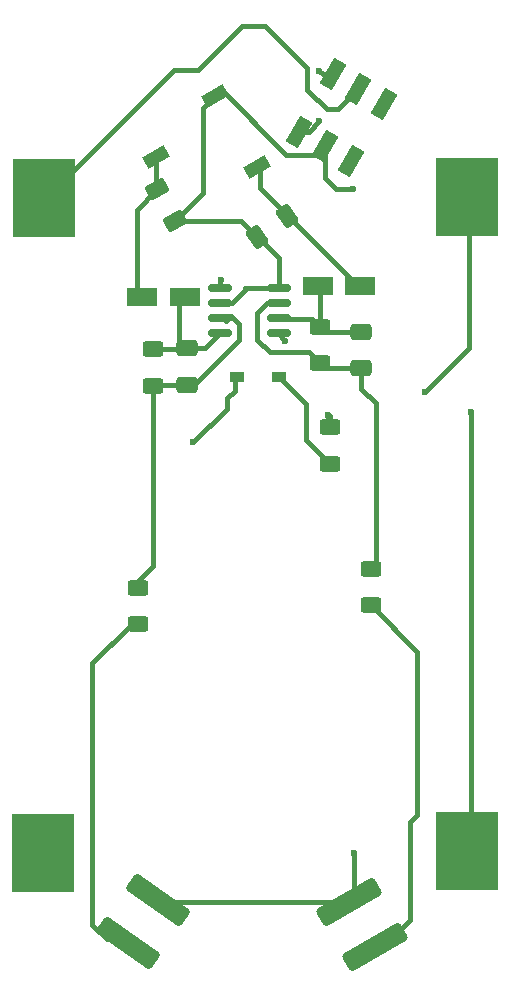
<source format=gbr>
%TF.GenerationSoftware,KiCad,Pcbnew,8.0.4*%
%TF.CreationDate,2024-09-12T22:18:10-07:00*%
%TF.ProjectId,SMDEMFbadgeforMAKE-sizedfor3inchbagLCSCassembly,534d4445-4d46-4626-9164-6765666f724d,rev?*%
%TF.SameCoordinates,Original*%
%TF.FileFunction,Copper,L2,Bot*%
%TF.FilePolarity,Positive*%
%FSLAX46Y46*%
G04 Gerber Fmt 4.6, Leading zero omitted, Abs format (unit mm)*
G04 Created by KiCad (PCBNEW 8.0.4) date 2024-09-12 22:18:10*
%MOMM*%
%LPD*%
G01*
G04 APERTURE LIST*
G04 Aperture macros list*
%AMRoundRect*
0 Rectangle with rounded corners*
0 $1 Rounding radius*
0 $2 $3 $4 $5 $6 $7 $8 $9 X,Y pos of 4 corners*
0 Add a 4 corners polygon primitive as box body*
4,1,4,$2,$3,$4,$5,$6,$7,$8,$9,$2,$3,0*
0 Add four circle primitives for the rounded corners*
1,1,$1+$1,$2,$3*
1,1,$1+$1,$4,$5*
1,1,$1+$1,$6,$7*
1,1,$1+$1,$8,$9*
0 Add four rect primitives between the rounded corners*
20,1,$1+$1,$2,$3,$4,$5,0*
20,1,$1+$1,$4,$5,$6,$7,0*
20,1,$1+$1,$6,$7,$8,$9,0*
20,1,$1+$1,$8,$9,$2,$3,0*%
%AMRotRect*
0 Rectangle, with rotation*
0 The origin of the aperture is its center*
0 $1 length*
0 $2 width*
0 $3 Rotation angle, in degrees counterclockwise*
0 Add horizontal line*
21,1,$1,$2,0,0,$3*%
G04 Aperture macros list end*
%TA.AperFunction,SMDPad,CuDef*%
%ADD10RotRect,2.100000X1.100000X210.000000*%
%TD*%
%TA.AperFunction,SMDPad,CuDef*%
%ADD11R,5.300000X6.613306*%
%TD*%
%TA.AperFunction,SMDPad,CuDef*%
%ADD12R,5.300000X6.693306*%
%TD*%
%TA.AperFunction,SMDPad,CuDef*%
%ADD13R,1.300000X0.850000*%
%TD*%
%TA.AperFunction,SMDPad,CuDef*%
%ADD14RoundRect,0.250000X0.625000X-0.400000X0.625000X0.400000X-0.625000X0.400000X-0.625000X-0.400000X0*%
%TD*%
%TA.AperFunction,SMDPad,CuDef*%
%ADD15RotRect,1.200000X2.500000X330.000000*%
%TD*%
%TA.AperFunction,SMDPad,CuDef*%
%ADD16RoundRect,0.250000X0.034924X-0.769049X0.710725X-0.295849X-0.034924X0.769049X-0.710725X0.295849X0*%
%TD*%
%TA.AperFunction,SMDPad,CuDef*%
%ADD17RoundRect,0.250000X0.650000X-0.412500X0.650000X0.412500X-0.650000X0.412500X-0.650000X-0.412500X0*%
%TD*%
%TA.AperFunction,SMDPad,CuDef*%
%ADD18RoundRect,0.150000X-0.825000X-0.150000X0.825000X-0.150000X0.825000X0.150000X-0.825000X0.150000X0*%
%TD*%
%TA.AperFunction,SMDPad,CuDef*%
%ADD19RoundRect,0.326924X-1.766759X1.875656X-2.366807X1.018698X1.766759X-1.875656X2.366807X-1.018698X0*%
%TD*%
%TA.AperFunction,SMDPad,CuDef*%
%ADD20RoundRect,0.250000X1.050000X0.550000X-1.050000X0.550000X-1.050000X-0.550000X1.050000X-0.550000X0*%
%TD*%
%TA.AperFunction,SMDPad,CuDef*%
%ADD21RoundRect,0.250000X0.769167X-0.032235X0.356667X0.682235X-0.769167X0.032235X-0.356667X-0.682235X0*%
%TD*%
%TA.AperFunction,SMDPad,CuDef*%
%ADD22RoundRect,0.326924X-2.446586X-0.808541X-1.923510X-1.714535X2.446586X0.808541X1.923510X1.714535X0*%
%TD*%
%TA.AperFunction,SMDPad,CuDef*%
%ADD23RoundRect,0.250000X-1.050000X-0.550000X1.050000X-0.550000X1.050000X0.550000X-1.050000X0.550000X0*%
%TD*%
%TA.AperFunction,ViaPad*%
%ADD24C,0.600000*%
%TD*%
%TA.AperFunction,Conductor*%
%ADD25C,0.400000*%
%TD*%
G04 APERTURE END LIST*
D10*
%TO.P,J1,R*%
%TO.N,Net-(C1-Pad2)*%
X195946232Y-84263013D03*
%TO.P,J1,S*%
%TO.N,GND*%
X200887166Y-79100962D03*
%TO.P,J1,T*%
%TO.N,Net-(C2-Pad2)*%
X204434127Y-85124480D03*
%TD*%
D11*
%TO.P,AAA_BATT1,1,+*%
%TO.N,+VDC*%
X222230001Y-87611653D03*
D12*
%TO.P,AAA_BATT1,2,-*%
%TO.N,Net-(AAA_Battery1--)*%
X222214999Y-143058347D03*
%TD*%
D11*
%TO.P,AAA_BATT2,1,+*%
%TO.N,Net-(AAA_Battery1--)*%
X186389999Y-143221647D03*
D12*
%TO.P,AAA_BATT2,2,-*%
%TO.N,Net-(AAA_Battery2--)*%
X186405001Y-87774953D03*
%TD*%
D13*
%TO.P,D1,2,K*%
%TO.N,Net-(D1-A)*%
X206339998Y-102894998D03*
%TO.P,D1,1,A*%
%TO.N,-VDC*%
X202809998Y-102884998D03*
%TD*%
D14*
%TO.P,R4,1*%
%TO.N,Net-(U1B--)*%
X209810000Y-101727500D03*
%TO.P,R4,2*%
%TO.N,Net-(C2-Pad1)*%
X209810000Y-98627500D03*
%TD*%
D15*
%TO.P,SW1,1,A*%
%TO.N,Net-(AAA_Battery1--)*%
X208063400Y-82121423D03*
%TO.P,SW1,2,B*%
%TO.N,GND*%
X210228464Y-83371420D03*
%TO.P,SW1,3,C*%
%TO.N,unconnected-(SW1A-C-Pad3)*%
X212393528Y-84621422D03*
%TO.P,SW1,4,A*%
%TO.N,-VDC*%
X210887056Y-77250700D03*
%TO.P,SW1,5,B*%
%TO.N,Net-(AAA_Battery2--)*%
X213052121Y-78500698D03*
%TO.P,SW1,6,C*%
%TO.N,unconnected-(SW1B-C-Pad6)*%
X215217185Y-79750695D03*
%TD*%
D14*
%TO.P,R5,1*%
%TO.N,Net-(D1-A)*%
X210610000Y-110215000D03*
%TO.P,R5,2*%
%TO.N,+VDC*%
X210610000Y-107115000D03*
%TD*%
D16*
%TO.P,C4,1*%
%TO.N,GND*%
X204480075Y-91011213D03*
%TO.P,C4,2*%
%TO.N,Net-(C2-Pad2)*%
X207039925Y-89218787D03*
%TD*%
D17*
%TO.P,C5,1*%
%TO.N,Net-(U1B--)*%
X213310000Y-102165000D03*
%TO.P,C5,2*%
%TO.N,Net-(C2-Pad1)*%
X213310000Y-99040000D03*
%TD*%
D18*
%TO.P,U1,1*%
%TO.N,Net-(C1-Pad1)*%
X201360004Y-99195002D03*
%TO.P,U1,2,-*%
%TO.N,Net-(U1A--)*%
X201359994Y-97924992D03*
%TO.P,U1,3,+*%
%TO.N,GND*%
X201360000Y-96655004D03*
%TO.P,U1,4,V-*%
%TO.N,-VDC*%
X201359994Y-95385003D03*
%TO.P,U1,5,+*%
%TO.N,GND*%
X206309996Y-95384998D03*
%TO.P,U1,6,-*%
%TO.N,Net-(U1B--)*%
X206310006Y-96655008D03*
%TO.P,U1,7*%
%TO.N,Net-(C2-Pad1)*%
X206310000Y-97924996D03*
%TO.P,U1,8,V+*%
%TO.N,+VDC*%
X206310006Y-99194997D03*
%TD*%
D19*
%TO.P,I2,1,1*%
%TO.N,GND*%
X196111209Y-147167395D03*
%TO.P,I2,2,2*%
%TO.N,Net-(I2-Pad2)*%
X193558791Y-150812605D03*
%TD*%
D17*
%TO.P,C6,1*%
%TO.N,Net-(U1A--)*%
X198534996Y-103601243D03*
%TO.P,C6,2*%
%TO.N,Net-(C1-Pad1)*%
X198534996Y-100476243D03*
%TD*%
D14*
%TO.P,R2,1*%
%TO.N,Net-(I1-Pad2)*%
X214085000Y-122215000D03*
%TO.P,R2,2*%
%TO.N,Net-(U1B--)*%
X214085000Y-119115000D03*
%TD*%
D20*
%TO.P,C1,1*%
%TO.N,Net-(C1-Pad1)*%
X198335000Y-96139999D03*
%TO.P,C1,2*%
%TO.N,Net-(C1-Pad2)*%
X194735000Y-96140001D03*
%TD*%
D21*
%TO.P,C3,1*%
%TO.N,GND*%
X197541250Y-89668165D03*
%TO.P,C3,2*%
%TO.N,Net-(C1-Pad2)*%
X195978750Y-86961835D03*
%TD*%
D22*
%TO.P,I1,1,1*%
%TO.N,GND*%
X212247509Y-147313089D03*
%TO.P,I1,2,2*%
%TO.N,Net-(I1-Pad2)*%
X214472491Y-151166911D03*
%TD*%
D14*
%TO.P,R3,1*%
%TO.N,Net-(U1A--)*%
X195635000Y-103651243D03*
%TO.P,R3,2*%
%TO.N,Net-(C1-Pad1)*%
X195635000Y-100551243D03*
%TD*%
%TO.P,R1,1*%
%TO.N,Net-(I2-Pad2)*%
X194385000Y-123815000D03*
%TO.P,R1,2*%
%TO.N,Net-(U1A--)*%
X194385000Y-120715000D03*
%TD*%
D23*
%TO.P,C2,1*%
%TO.N,Net-(C2-Pad1)*%
X209610002Y-95177502D03*
%TO.P,C2,2*%
%TO.N,Net-(C2-Pad2)*%
X213210000Y-95177500D03*
%TD*%
D24*
%TO.N,+VDC*%
X210485000Y-106090000D03*
X206860000Y-99815000D03*
X210485000Y-106090000D03*
X218697500Y-104202500D03*
%TO.N,-VDC*%
X199085000Y-108415000D03*
X209760000Y-76990000D03*
X201385000Y-94690000D03*
%TO.N,GND*%
X212635000Y-86965000D03*
X212709999Y-143165001D03*
%TO.N,Net-(AAA_Battery1--)*%
X186389999Y-143221647D03*
X222560000Y-105815000D03*
X222214999Y-143058347D03*
X209735000Y-81240000D03*
%TD*%
D25*
%TO.N,Net-(I2-Pad2)*%
X191781200Y-150511200D02*
X190525000Y-149255000D01*
X190535000Y-138180533D02*
X190535000Y-127111182D01*
X190525000Y-149255000D02*
X190525000Y-138190533D01*
X190525000Y-138190533D02*
X190535000Y-138180533D01*
X190535000Y-127111182D02*
X193781188Y-123864994D01*
%TO.N,GND*%
X212535005Y-147340000D02*
X196010000Y-147340000D01*
X212709999Y-143165001D02*
X212709999Y-147514994D01*
X212709999Y-147514994D02*
X212535005Y-147340000D01*
%TO.N,+VDC*%
X206860000Y-99815000D02*
X206310006Y-99265006D01*
X206310006Y-99265006D02*
X206310006Y-99194997D01*
X210485000Y-106090000D02*
X210610000Y-106215000D01*
X210610000Y-106215000D02*
X210610000Y-107115000D01*
X210485000Y-106090000D02*
X210485000Y-106990000D01*
X210485000Y-106990000D02*
X210610000Y-107115000D01*
%TO.N,GND*%
X197541250Y-89668165D02*
X199902321Y-87307094D01*
X199902321Y-87307094D02*
X199902321Y-80085807D01*
X199902321Y-80085807D02*
X201441564Y-78546564D01*
X201441564Y-78546564D02*
X206960000Y-84065000D01*
X206960000Y-84065000D02*
X209534884Y-84065000D01*
X209534884Y-84065000D02*
X210228464Y-83371420D01*
%TO.N,Net-(C1-Pad2)*%
X194285000Y-96115002D02*
X194285000Y-88740000D01*
X194285000Y-88740000D02*
X195946232Y-87078768D01*
X195946232Y-87078768D02*
X195946232Y-84263013D01*
%TO.N,Net-(C2-Pad2)*%
X213210000Y-95177500D02*
X212998638Y-95177500D01*
X212998638Y-95177500D02*
X204687593Y-86866455D01*
X204687593Y-86866455D02*
X204687593Y-84943498D01*
%TO.N,GND*%
X206309996Y-95384998D02*
X206309996Y-92841134D01*
X206309996Y-92841134D02*
X203137027Y-89668165D01*
X203137027Y-89668165D02*
X197541250Y-89668165D01*
%TO.N,-VDC*%
X202579996Y-103115000D02*
X202579996Y-104045004D01*
X202579996Y-104045004D02*
X201935000Y-104690000D01*
X201935000Y-104690000D02*
X201935000Y-105565000D01*
X201935000Y-105565000D02*
X199085000Y-108415000D01*
%TO.N,Net-(U1A--)*%
X198534996Y-103601243D02*
X199123757Y-103601243D01*
X199123757Y-103601243D02*
X202935000Y-99790000D01*
X202935000Y-99790000D02*
X202935000Y-98440000D01*
%TO.N,Net-(AAA_Battery1--)*%
X186389999Y-143221647D02*
X186025152Y-142856800D01*
X186025152Y-142856800D02*
X185585000Y-142856800D01*
X222214999Y-143058347D02*
X222214999Y-142711601D01*
X222435000Y-142491600D02*
X222435000Y-142390000D01*
X222214999Y-142711601D02*
X222435000Y-142491600D01*
X222435000Y-142390000D02*
X222560000Y-142265000D01*
X222560000Y-142265000D02*
X222560000Y-105815000D01*
%TO.N,+VDC*%
X218697500Y-104202500D02*
X222435000Y-100465000D01*
X222435000Y-100465000D02*
X222435000Y-87348200D01*
%TO.N,Net-(D1-A)*%
X210610000Y-110215000D02*
X208585000Y-108190000D01*
X208585000Y-108190000D02*
X208585000Y-105140000D01*
X208585000Y-105140000D02*
X206560000Y-103115000D01*
%TO.N,-VDC*%
X210020700Y-77250700D02*
X209760000Y-76990000D01*
X210887056Y-77250700D02*
X210020700Y-77250700D01*
X201359994Y-95385003D02*
X201359994Y-94715006D01*
X201359994Y-94715006D02*
X201385000Y-94690000D01*
%TO.N,GND*%
X203485000Y-95505003D02*
X203485000Y-95384998D01*
X210228464Y-86014940D02*
X210228464Y-83371420D01*
X211178524Y-86965000D02*
X210228464Y-86014940D01*
X202334999Y-96655004D02*
X203485000Y-95505003D01*
X203485000Y-95384998D02*
X206309996Y-95384998D01*
X201360000Y-96655004D02*
X202334999Y-96655004D01*
X212635000Y-86965000D02*
X211178524Y-86965000D01*
%TO.N,Net-(U1A--)*%
X202935000Y-98440000D02*
X202249991Y-97754992D01*
X195635000Y-103651243D02*
X195635000Y-118911182D01*
X198534996Y-103601243D02*
X195685000Y-103601243D01*
X198284998Y-103640002D02*
X198360000Y-103565000D01*
X195685000Y-103601243D02*
X195635000Y-103651243D01*
X202249991Y-97754992D02*
X201887491Y-98117492D01*
X201359994Y-97924992D02*
X202419992Y-97924992D01*
X202419992Y-97924992D02*
X202935000Y-98440000D01*
X195635000Y-118911182D02*
X193781188Y-120764994D01*
%TO.N,Net-(U1B--)*%
X204485000Y-99740000D02*
X205535000Y-100790000D01*
X213310000Y-103865000D02*
X213310000Y-102165000D01*
X205335007Y-96655008D02*
X204485000Y-97505015D01*
X214510000Y-105065000D02*
X213310000Y-103865000D01*
X214510000Y-119390000D02*
X214510000Y-105065000D01*
X210247500Y-102165000D02*
X209810000Y-101727500D01*
X206310006Y-96655008D02*
X205335007Y-96655008D01*
X205535000Y-100790000D02*
X208872500Y-100790000D01*
X213310000Y-102165000D02*
X210247500Y-102165000D01*
X204485000Y-97505015D02*
X204485000Y-99740000D01*
X208872500Y-100790000D02*
X209810000Y-101727500D01*
%TO.N,Net-(I1-Pad2)*%
X217435000Y-148890000D02*
X217435000Y-140540000D01*
X218010000Y-126140000D02*
X214085000Y-122215000D01*
X214934981Y-151368816D02*
X217413797Y-148890000D01*
X217435000Y-140540000D02*
X218010000Y-139965000D01*
X218010000Y-139965000D02*
X218010000Y-126140000D01*
X217413797Y-148890000D02*
X217435000Y-148890000D01*
%TO.N,Net-(C1-Pad1)*%
X198309998Y-100515002D02*
X198360000Y-100465000D01*
X198459996Y-100551243D02*
X198534996Y-100476243D01*
X195635000Y-100551243D02*
X198459996Y-100551243D01*
X197885000Y-99826247D02*
X198534996Y-100476243D01*
X197885000Y-96115000D02*
X197885000Y-99826247D01*
X200078763Y-100476243D02*
X201360004Y-99195002D01*
X198534996Y-100476243D02*
X200078763Y-100476243D01*
%TO.N,Net-(C2-Pad1)*%
X209132511Y-97950011D02*
X206335015Y-97950011D01*
X209810000Y-98627500D02*
X209810000Y-95377500D01*
X209810000Y-98627500D02*
X209132511Y-97950011D01*
X213310000Y-99040000D02*
X210222500Y-99040000D01*
X209810000Y-95377500D02*
X209610002Y-95177502D01*
X210222500Y-99040000D02*
X209810000Y-98627500D01*
%TO.N,Net-(AAA_Battery1--)*%
X208853577Y-82121423D02*
X209735000Y-81240000D01*
X208063400Y-82121423D02*
X208853577Y-82121423D01*
%TO.N,Net-(AAA_Battery2--)*%
X186586600Y-87713400D02*
X185585000Y-87713400D01*
X211312819Y-80240000D02*
X213052121Y-78500698D01*
X210360000Y-80240000D02*
X211312819Y-80240000D01*
X208678876Y-76740000D02*
X208678876Y-78558876D01*
X208678876Y-76740000D02*
X205128876Y-73190000D01*
X197435000Y-76865000D02*
X186586600Y-87713400D01*
X199510000Y-76865000D02*
X197435000Y-76865000D01*
X205128876Y-73190000D02*
X203185000Y-73190000D01*
X208678876Y-78558876D02*
X210360000Y-80240000D01*
X203185000Y-73190000D02*
X199510000Y-76865000D01*
%TD*%
M02*

</source>
